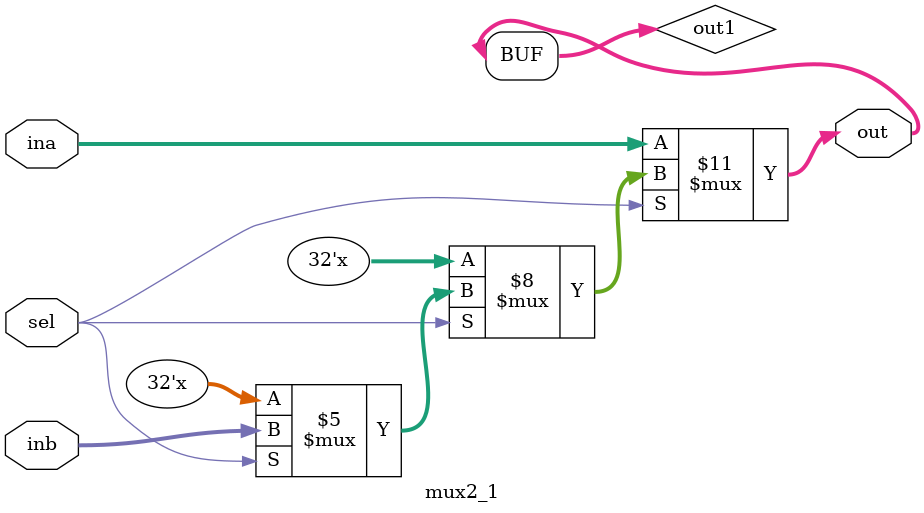
<source format=v>
`timescale 1ns / 1ps


module mux2_1(input[31:0] ina, inb, input sel, output[31:0] out);
    reg[31:0] out1;
    always@(ina, inb, sel)
    begin
    if (sel == 0)
        out1 = ina;
    else if (sel == 1)
        out1 = inb;
    end
    assign out = out1;
endmodule

</source>
